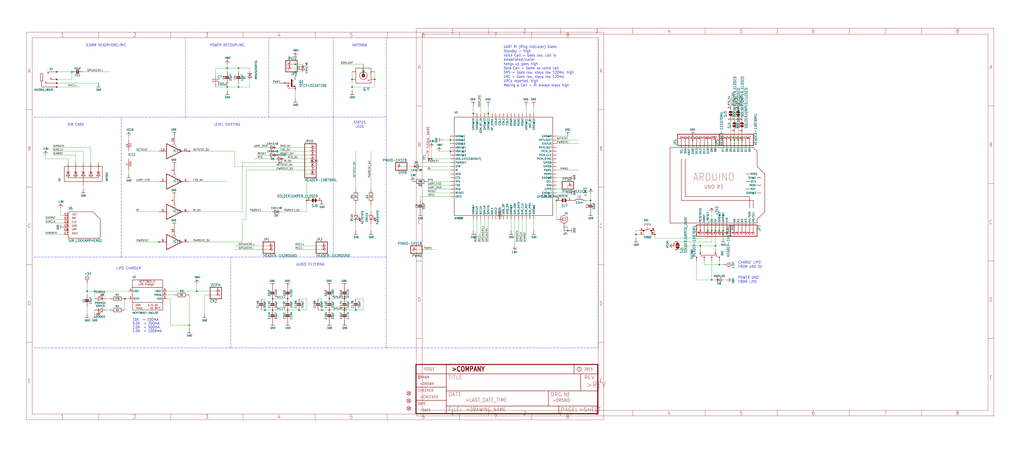
<source format=kicad_sch>
(kicad_sch (version 20211123) (generator eeschema)
  (paper "User" 687.07 301.701)
  (junction (at 485.14 157.48))
  (junction (at 63.5 195.58))
  (junction (at 477.52 154.94))
  (junction (at 152.4 58.42))
  (junction (at 132.08 195.58))
  (junction (at 251.46 53.34))
  (junction (at 193.04 208.28))
  (junction (at 490.22 93.98))
  (junction (at 469.9 165.1))
  (junction (at 198.12 48.26))
  (junction (at 396.24 134.62))
  (junction (at 480.06 165.1))
  (junction (at 58.42 195.58))
  (junction (at 373.38 134.62))
  (junction (at 439.42 157.48))
  (junction (at 474.98 154.94))
  (junction (at 205.74 134.62))
  (junction (at 160.02 45.72))
  (junction (at 492.76 93.98))
  (junction (at 482.6 154.94))
  (junction (at 236.22 53.34))
  (junction (at 160.02 58.42))
  (junction (at 317.5 76.2))
  (junction (at 497.84 93.98))
  (junction (at 127 218.44))
  (junction (at 485.14 154.94))
  (junction (at 480.06 154.94))
  (junction (at 426.72 157.48))
  (junction (at 231.14 208.28))
  (junction (at 193.04 200.66))
  (junction (at 477.52 187.96))
  (junction (at 381 154.94))
  (junction (at 464.82 93.98))
  (junction (at 215.9 208.28))
  (junction (at 182.88 200.66))
  (junction (at 182.88 208.28))
  (junction (at 495.3 93.98))
  (junction (at 48.26 48.26))
  (junction (at 238.76 208.28))
  (junction (at 198.12 43.18))
  (junction (at 231.14 200.66))
  (junction (at 127 101.6))
  (junction (at 236.22 58.42))
  (junction (at 200.66 208.28))
  (junction (at 106.68 162.56))
  (junction (at 482.6 177.8))
  (junction (at 302.26 101.6))
  (junction (at 177.8 208.28))
  (junction (at 220.98 208.28))
  (junction (at 220.98 200.66))
  (junction (at 302.26 93.98))
  (junction (at 83.82 200.66))
  (junction (at 152.4 45.72))
  (junction (at 289.56 106.68))
  (junction (at 327.66 76.2))
  (polyline (pts (xy 223.52 172.72) (xy 223.52 78.74)))
  (wire (pts (xy 106.68 121.92) (xy 91.44 121.92)))
  (wire (pts (xy 459.74 165.1) (xy 469.9 165.1)))
  (wire (pts (xy 55.88 101.6) (xy 35.56 101.6)))
  (wire (pts (xy 302.26 127) (xy 287.02 127)))
  (wire (pts (xy 180.34 104.14) (xy 172.72 104.14)))
  (wire (pts (xy 238.76 200.66) (xy 243.84 200.66)))
  (wire (pts (xy 137.16 198.12) (xy 137.16 210.82)))
  (polyline (pts (xy 259.08 233.68) (xy 401.32 233.68)))
  (wire (pts (xy 58.42 195.58) (xy 63.5 195.58)))
  (wire (pts (xy 248.92 137.16) (xy 248.92 142.24)))
  (wire (pts (xy 185.42 99.06) (xy 208.28 99.06)))
  (wire (pts (xy 490.22 66.04) (xy 490.22 71.12)))
  (wire (pts (xy 439.42 154.94) (xy 439.42 157.48)))
  (wire (pts (xy 73.66 208.28) (xy 71.12 208.28)))
  (wire (pts (xy 472.44 175.26) (xy 472.44 177.8)))
  (wire (pts (xy 193.04 200.66) (xy 182.88 200.66)))
  (wire (pts (xy 152.4 55.88) (xy 152.4 58.42)))
  (wire (pts (xy 238.76 149.86) (xy 238.76 154.94)))
  (wire (pts (xy 297.18 93.98) (xy 302.26 93.98)))
  (wire (pts (xy 198.12 45.72) (xy 198.12 48.26)))
  (wire (pts (xy 243.84 200.66) (xy 243.84 208.28)))
  (wire (pts (xy 495.3 93.98) (xy 495.3 81.28)))
  (wire (pts (xy 111.76 200.66) (xy 114.3 200.66)))
  (wire (pts (xy 477.52 175.26) (xy 477.52 187.96)))
  (wire (pts (xy 162.56 109.22) (xy 208.28 109.22)))
  (wire (pts (xy 469.9 167.64) (xy 469.9 165.1)))
  (wire (pts (xy 165.1 147.32) (xy 165.1 114.3)))
  (wire (pts (xy 317.5 71.12) (xy 317.5 76.2)))
  (polyline (pts (xy 223.52 78.74) (xy 259.08 78.74)))
  (wire (pts (xy 167.64 58.42) (xy 167.64 53.34)))
  (wire (pts (xy 248.92 154.94) (xy 248.92 149.86)))
  (wire (pts (xy 177.8 208.28) (xy 182.88 208.28)))
  (wire (pts (xy 373.38 134.62) (xy 373.38 147.32)))
  (wire (pts (xy 215.9 200.66) (xy 215.9 208.28)))
  (wire (pts (xy 322.58 147.32) (xy 322.58 162.56)))
  (wire (pts (xy 353.06 147.32) (xy 353.06 162.56)))
  (wire (pts (xy 358.14 76.2) (xy 358.14 71.12)))
  (wire (pts (xy 127 162.56) (xy 162.56 162.56)))
  (wire (pts (xy 182.88 142.24) (xy 167.64 142.24)))
  (wire (pts (xy 459.74 167.64) (xy 459.74 165.1)))
  (wire (pts (xy 205.74 142.24) (xy 205.74 134.62)))
  (wire (pts (xy 182.88 208.28) (xy 193.04 208.28)))
  (wire (pts (xy 157.48 165.1) (xy 180.34 165.1)))
  (wire (pts (xy 396.24 129.54) (xy 396.24 134.62)))
  (wire (pts (xy 327.66 71.12) (xy 327.66 76.2)))
  (wire (pts (xy 373.38 132.08) (xy 373.38 134.62)))
  (wire (pts (xy 152.4 58.42) (xy 160.02 58.42)))
  (wire (pts (xy 86.36 93.98) (xy 86.36 91.44)))
  (wire (pts (xy 236.22 60.96) (xy 236.22 58.42)))
  (wire (pts (xy 279.4 167.64) (xy 292.1 167.64)))
  (wire (pts (xy 132.08 195.58) (xy 132.08 190.5)))
  (wire (pts (xy 137.16 198.12) (xy 144.78 198.12)))
  (wire (pts (xy 198.12 38.1) (xy 198.12 43.18)))
  (wire (pts (xy 160.02 55.88) (xy 160.02 58.42)))
  (wire (pts (xy 269.24 111.76) (xy 276.86 111.76)))
  (wire (pts (xy 162.56 162.56) (xy 162.56 147.32)))
  (wire (pts (xy 215.9 208.28) (xy 213.36 208.28)))
  (wire (pts (xy 492.76 78.74) (xy 492.76 66.04)))
  (wire (pts (xy 205.74 134.62) (xy 205.74 116.84)))
  (polyline (pts (xy 81.28 78.74) (xy 124.46 78.74)))
  (wire (pts (xy 198.12 60.96) (xy 198.12 66.04)))
  (wire (pts (xy 160.02 48.26) (xy 160.02 45.72)))
  (wire (pts (xy 160.02 58.42) (xy 167.64 58.42)))
  (wire (pts (xy 215.9 208.28) (xy 220.98 208.28)))
  (wire (pts (xy 482.6 175.26) (xy 482.6 177.8)))
  (wire (pts (xy 198.12 43.18) (xy 195.58 43.18)))
  (wire (pts (xy 50.8 109.22) (xy 50.8 104.14)))
  (wire (pts (xy 317.5 147.32) (xy 317.5 154.94)))
  (wire (pts (xy 124.46 101.6) (xy 127 101.6)))
  (wire (pts (xy 373.38 91.44) (xy 381 91.44)))
  (wire (pts (xy 485.14 157.48) (xy 485.14 160.02)))
  (polyline (pts (xy 223.52 172.72) (xy 259.08 172.72)))
  (wire (pts (xy 73.66 48.26) (xy 55.88 48.26)))
  (wire (pts (xy 388.62 93.98) (xy 373.38 93.98)))
  (wire (pts (xy 160.02 45.72) (xy 167.64 45.72)))
  (wire (pts (xy 58.42 195.58) (xy 58.42 190.5)))
  (wire (pts (xy 114.3 218.44) (xy 127 218.44)))
  (wire (pts (xy 157.48 111.76) (xy 157.48 101.6)))
  (wire (pts (xy 467.36 175.26) (xy 467.36 187.96)))
  (wire (pts (xy 350.52 147.32) (xy 350.52 162.56)))
  (wire (pts (xy 426.72 157.48) (xy 426.72 160.02)))
  (wire (pts (xy 388.62 96.52) (xy 373.38 96.52)))
  (wire (pts (xy 30.48 106.68) (xy 30.48 104.14)))
  (wire (pts (xy 60.96 99.06) (xy 35.56 99.06)))
  (wire (pts (xy 152.4 48.26) (xy 152.4 45.72)))
  (wire (pts (xy 381 152.4) (xy 381 154.94)))
  (wire (pts (xy 205.74 116.84) (xy 208.28 116.84)))
  (wire (pts (xy 281.94 132.08) (xy 281.94 134.62)))
  (wire (pts (xy 50.8 104.14) (xy 35.56 104.14)))
  (wire (pts (xy 58.42 205.74) (xy 58.42 210.82)))
  (wire (pts (xy 381 127) (xy 381 124.46)))
  (wire (pts (xy 45.72 109.22) (xy 45.72 106.68)))
  (wire (pts (xy 198.12 43.18) (xy 203.2 43.18)))
  (polyline (pts (xy 401.32 233.68) (xy 401.32 25.4)))
  (polyline (pts (xy 259.08 233.68) (xy 259.08 172.72)))
  (wire (pts (xy 198.12 48.26) (xy 203.2 48.26)))
  (wire (pts (xy 480.06 187.96) (xy 477.52 187.96)))
  (wire (pts (xy 63.5 200.66) (xy 63.5 195.58)))
  (wire (pts (xy 162.56 142.24) (xy 162.56 109.22)))
  (polyline (pts (xy 154.94 233.68) (xy 154.94 172.72)))
  (wire (pts (xy 43.18 144.78) (xy 40.64 144.78)))
  (wire (pts (xy 144.78 58.42) (xy 152.4 58.42)))
  (wire (pts (xy 485.14 154.94) (xy 485.14 157.48)))
  (wire (pts (xy 231.14 200.66) (xy 220.98 200.66)))
  (polyline (pts (xy 223.52 78.74) (xy 180.34 78.74)))
  (wire (pts (xy 480.06 165.1) (xy 480.06 167.64)))
  (wire (pts (xy 490.22 81.28) (xy 490.22 93.98)))
  (wire (pts (xy 373.38 129.54) (xy 381 129.54)))
  (wire (pts (xy 43.18 147.32) (xy 30.48 147.32)))
  (wire (pts (xy 302.26 99.06) (xy 302.26 101.6)))
  (wire (pts (xy 205.74 208.28) (xy 200.66 208.28)))
  (wire (pts (xy 55.88 109.22) (xy 55.88 101.6)))
  (wire (pts (xy 157.48 167.64) (xy 180.34 167.64)))
  (wire (pts (xy 114.3 200.66) (xy 114.3 218.44)))
  (wire (pts (xy 492.76 93.98) (xy 492.76 88.9)))
  (wire (pts (xy 347.98 162.56) (xy 347.98 147.32)))
  (wire (pts (xy 177.8 208.28) (xy 175.26 208.28)))
  (wire (pts (xy 132.08 195.58) (xy 144.78 195.58)))
  (wire (pts (xy 238.76 137.16) (xy 238.76 142.24)))
  (wire (pts (xy 281.94 111.76) (xy 302.26 111.76)))
  (polyline (pts (xy 259.08 172.72) (xy 259.08 78.74)))
  (wire (pts (xy 58.42 198.12) (xy 58.42 195.58)))
  (wire (pts (xy 109.22 162.56) (xy 106.68 162.56)))
  (polyline (pts (xy 22.86 172.72) (xy 81.28 172.72)))
  (wire (pts (xy 127 142.24) (xy 162.56 142.24)))
  (wire (pts (xy 482.6 154.94) (xy 482.6 157.48)))
  (wire (pts (xy 454.66 167.64) (xy 459.74 167.64)))
  (wire (pts (xy 487.68 187.96) (xy 485.14 187.96)))
  (wire (pts (xy 474.98 160.02) (xy 474.98 154.94)))
  (wire (pts (xy 132.08 195.58) (xy 111.76 195.58)))
  (wire (pts (xy 243.84 208.28) (xy 238.76 208.28)))
  (wire (pts (xy 345.44 147.32) (xy 345.44 165.1)))
  (polyline (pts (xy 154.94 233.68) (xy 259.08 233.68)))
  (wire (pts (xy 317.5 76.2) (xy 320.04 76.2)))
  (wire (pts (xy 48.26 48.26) (xy 48.26 53.34)))
  (wire (pts (xy 213.36 200.66) (xy 215.9 200.66)))
  (wire (pts (xy 482.6 157.48) (xy 485.14 157.48)))
  (wire (pts (xy 200.66 200.66) (xy 205.74 200.66)))
  (wire (pts (xy 152.4 60.96) (xy 152.4 58.42)))
  (wire (pts (xy 152.4 45.72) (xy 152.4 43.18)))
  (wire (pts (xy 73.66 200.66) (xy 71.12 200.66)))
  (wire (pts (xy 325.12 162.56) (xy 325.12 147.32)))
  (wire (pts (xy 342.9 147.32) (xy 342.9 154.94)))
  (wire (pts (xy 38.1 55.88) (xy 66.04 55.88)))
  (wire (pts (xy 281.94 132.08) (xy 302.26 132.08)))
  (wire (pts (xy 381 119.38) (xy 373.38 119.38)))
  (wire (pts (xy 40.64 144.78) (xy 40.64 139.7)))
  (wire (pts (xy 426.72 154.94) (xy 426.72 157.48)))
  (wire (pts (xy 302.26 109.22) (xy 281.94 109.22)))
  (wire (pts (xy 353.06 71.12) (xy 353.06 76.2)))
  (wire (pts (xy 302.26 91.44) (xy 302.26 93.98)))
  (wire (pts (xy 358.14 154.94) (xy 358.14 147.32)))
  (wire (pts (xy 106.68 162.56) (xy 91.44 162.56)))
  (wire (pts (xy 205.74 200.66) (xy 205.74 208.28)))
  (wire (pts (xy 144.78 50.8) (xy 144.78 45.72)))
  (wire (pts (xy 464.82 93.98) (xy 464.82 91.44)))
  (wire (pts (xy 185.42 104.14) (xy 208.28 104.14)))
  (wire (pts (xy 187.96 142.24) (xy 205.74 142.24)))
  (wire (pts (xy 439.42 160.02) (xy 474.98 160.02)))
  (wire (pts (xy 86.36 114.3) (xy 86.36 116.84)))
  (wire (pts (xy 327.66 147.32) (xy 327.66 162.56)))
  (wire (pts (xy 439.42 157.48) (xy 439.42 160.02)))
  (wire (pts (xy 30.48 157.48) (xy 43.18 157.48)))
  (wire (pts (xy 236.22 48.26) (xy 236.22 53.34)))
  (wire (pts (xy 157.48 111.76) (xy 208.28 111.76)))
  (wire (pts (xy 454.66 162.56) (xy 477.52 162.56)))
  (wire (pts (xy 302.26 114.3) (xy 287.02 114.3)))
  (wire (pts (xy 497.84 78.74) (xy 497.84 66.04)))
  (wire (pts (xy 302.26 106.68) (xy 289.56 106.68)))
  (wire (pts (xy 177.8 200.66) (xy 177.8 208.28)))
  (wire (pts (xy 200.66 208.28) (xy 193.04 208.28)))
  (wire (pts (xy 190.5 106.68) (xy 208.28 106.68)))
  (wire (pts (xy 175.26 200.66) (xy 177.8 200.66)))
  (wire (pts (xy 325.12 76.2) (xy 327.66 76.2)))
  (wire (pts (xy 127 198.12) (xy 127 218.44)))
  (wire (pts (xy 236.22 53.34) (xy 236.22 58.42)))
  (wire (pts (xy 497.84 88.9) (xy 497.84 93.98)))
  (wire (pts (xy 215.9 167.64) (xy 198.12 167.64)))
  (wire (pts (xy 167.64 45.72) (xy 167.64 48.26)))
  (wire (pts (xy 477.52 162.56) (xy 477.52 154.94)))
  (wire (pts (xy 185.42 101.6) (xy 208.28 101.6)))
  (polyline (pts (xy 81.28 172.72) (xy 154.94 172.72)))
  (wire (pts (xy 302.26 93.98) (xy 302.26 96.52)))
  (wire (pts (xy 215.9 165.1) (xy 198.12 165.1)))
  (wire (pts (xy 228.6 43.18) (xy 243.84 43.18)))
  (wire (pts (xy 220.98 208.28) (xy 231.14 208.28)))
  (wire (pts (xy 106.68 142.24) (xy 91.44 142.24)))
  (wire (pts (xy 43.18 149.86) (xy 30.48 149.86)))
  (polyline (pts (xy 223.52 78.74) (xy 223.52 25.4)))
  (wire (pts (xy 198.12 48.26) (xy 198.12 50.8)))
  (wire (pts (xy 152.4 45.72) (xy 160.02 45.72)))
  (wire (pts (xy 55.88 124.46) (xy 55.88 127)))
  (wire (pts (xy 373.38 127) (xy 381 127)))
  (wire (pts (xy 302.26 129.54) (xy 287.02 129.54)))
  (wire (pts (xy 111.76 198.12) (xy 116.84 198.12)))
  (polyline (pts (xy 22.86 233.68) (xy 154.94 233.68)))
  (polyline (pts (xy 124.46 78.74) (xy 124.46 25.4)))
  (wire (pts (xy 320.04 162.56) (xy 320.04 147.32)))
  (wire (pts (xy 63.5 208.28) (xy 63.5 210.82)))
  (wire (pts (xy 238.76 208.28) (xy 231.14 208.28)))
  (polyline (pts (xy 259.08 78.74) (xy 259.08 25.4)))
  (polyline (pts (xy 180.34 78.74) (xy 180.34 25.4)))
  (wire (pts (xy 302.26 101.6) (xy 302.26 104.14)))
  (wire (pts (xy 60.96 109.22) (xy 60.96 99.06)))
  (wire (pts (xy 236.22 58.42) (xy 251.46 58.42)))
  (wire (pts (xy 373.38 114.3) (xy 388.62 114.3)))
  (wire (pts (xy 429.26 154.94) (xy 426.72 154.94)))
  (wire (pts (xy 480.06 154.94) (xy 480.06 165.1)))
  (wire (pts (xy 251.46 58.42) (xy 251.46 53.34)))
  (wire (pts (xy 467.36 187.96) (xy 477.52 187.96)))
  (wire (pts (xy 83.82 200.66) (xy 86.36 200.66)))
  (wire (pts (xy 38.1 53.34) (xy 48.26 53.34)))
  (polyline (pts (xy 81.28 172.72) (xy 81.28 78.74)))
  (wire (pts (xy 63.5 195.58) (xy 86.36 195.58)))
  (wire (pts (xy 195.58 45.72) (xy 198.12 45.72)))
  (wire (pts (xy 289.56 106.68) (xy 289.56 99.06)))
  (wire (pts (xy 162.56 147.32) (xy 165.1 147.32)))
  (wire (pts (xy 170.18 106.68) (xy 185.42 106.68)))
  (wire (pts (xy 302.26 121.92) (xy 287.02 121.92)))
  (wire (pts (xy 396.24 134.62) (xy 393.7 134.62)))
  (wire (pts (xy 127 101.6) (xy 157.48 101.6)))
  (wire (pts (xy 482.6 177.8) (xy 485.14 177.8)))
  (wire (pts (xy 472.44 177.8) (xy 482.6 177.8)))
  (wire (pts (xy 429.26 157.48) (xy 426.72 157.48)))
  (wire (pts (xy 45.72 106.68) (xy 30.48 106.68)))
  (wire (pts (xy 165.1 114.3) (xy 208.28 114.3)))
  (polyline (pts (xy 22.86 78.74) (xy 81.28 78.74)))
  (wire (pts (xy 180.34 99.06) (xy 170.18 99.06)))
  (wire (pts (xy 38.1 58.42) (xy 53.34 58.42)))
  (wire (pts (xy 322.58 76.2) (xy 322.58 63.5)))
  (wire (pts (xy 251.46 53.34) (xy 251.46 48.26)))
  (wire (pts (xy 83.82 208.28) (xy 83.82 200.66)))
  (wire (pts (xy 248.92 101.6) (xy 248.92 127)))
  (wire (pts (xy 144.78 45.72) (xy 152.4 45.72)))
  (polyline (pts (xy 124.46 78.74) (xy 180.34 78.74)))
  (polyline (pts (xy 154.94 172.72) (xy 223.52 172.72)))
  (wire (pts (xy 302.26 101.6) (xy 294.64 101.6)))
  (wire (pts (xy 302.26 124.46) (xy 287.02 124.46)))
  (wire (pts (xy 495.3 66.04) (xy 495.3 71.12)))
  (wire (pts (xy 238.76 127) (xy 238.76 101.6)))
  (wire (pts (xy 469.9 165.1) (xy 480.06 165.1)))
  (wire (pts (xy 48.26 48.26) (xy 38.1 48.26)))
  (wire (pts (xy 187.96 55.88) (xy 182.88 55.88)))
  (wire (pts (xy 127 218.44) (xy 127 220.98)))
  (wire (pts (xy 477.52 142.24) (xy 477.52 154.94)))
  (wire (pts (xy 106.68 101.6) (xy 91.44 101.6)))
  (wire (pts (xy 127 121.92) (xy 152.4 121.92)))
  (text "UART RI (Ring Indicator) State:\nStandby = High\nVoice Call = Goes low, call is\nestablished/caller\nhangs up goes high\nData Call = Same as voice call\nSMS = Goes low, stays low 120ms, high\nURC = Goes low, stays low 120ms,\nURCs reported, high\nMaking a Call = RI always stays high" (at 337.82 58.42 0) (effects (font (size 1.778 1.5113)) (justify left bottom)))
  (text "CHARGE LIPO\nFROM UNO 5V" (at 495.3 180.34 180) (effects (font (size 1.778 1.5113)) (justify left bottom)))
  (text "1.0K  = 1000mA" (at 88.9 223.52 180) (effects (font (size 1.778 1.5113)) (justify left bottom)))
  (text "3.5MM HEADPHONE/MIC" (at 71.12 30.48 180) (effects (font (size 1.778 1.5113))))
  (text "2.0K  = 500mA" (at 88.9 220.98 180) (effects (font (size 1.778 1.5113)) (justify left bottom)))
  (text "POWER DECOUPLING" (at 152.4 30.48 180) (effects (font (size 1.778 1.5113))))
  (text "STATUS\nLEDS" (at 241.3 83.82 180) (effects (font (size 1.778 1.5113))))
  (text "AUDIO FILTERING" (at 208.28 177.8 180) (effects (font (size 1.778 1.5113))))
  (text "10K  = 100mA" (at 88.9 215.9 180) (effects (font (size 1.778 1.5113)) (justify left bottom)))
  (text "LEVEL SHIFTING" (at 152.4 83.82 180) (effects (font (size 1.778 1.5113))))
  (text "LIPO CHARGER" (at 86.36 180.34 180) (effects (font (size 1.778 1.5113))))
  (text "SIM CARD" (at 50.8 83.82 180) (effects (font (size 1.778 1.5113))))
  (text "5.0K  = 200mA" (at 88.9 218.44 180) (effects (font (size 1.778 1.5113)) (justify left bottom)))
  (text "POWER UNO\nFROM LIPO" (at 495.3 190.5 180) (effects (font (size 1.778 1.5113)) (justify left bottom)))
  (text "ANTENNA" (at 241.3 30.48 180) (effects (font (size 1.778 1.5113))))
  (label "TXD_5V" (at 129.54 121.92 0) (effects (font (size 1.2446 1.2446))))
  (label "UART_RXD" (at 170.18 99.06 0) (effects (font (size 1.2446 1.2446))))
  (label "UART_RXD" (at 287.02 127 0) (effects (font (size 1.2446 1.2446))))
  (label "RI" (at 91.44 142.24 0) (effects (font (size 1.2446 1.2446))))
  (label "RTS_5V" (at 193.04 106.68 0) (effects (font (size 1.2446 1.2446))))
  (label "SIMCLK" (at 350.52 162.56 90) (effects (font (size 1.2446 1.2446))))
  (label "PWM1" (at 375.92 114.3 0) (effects (font (size 1.2446 1.2446))))
  (label "PWRSTAT" (at 91.44 162.56 0) (effects (font (size 1.2446 1.2446))))
  (label "SIMDATA" (at 30.48 157.48 0) (effects (font (size 1.2446 1.2446))))
  (label "MIC1-" (at 185.42 208.28 0) (effects (font (size 1.2446 1.2446))))
  (label "NETSTAT" (at 91.44 101.6 0) (effects (font (size 1.2446 1.2446))))
  (label "RI_5V" (at 129.54 142.24 0) (effects (font (size 1.2446 1.2446))))
  (label "SIMRST" (at 353.06 162.56 90) (effects (font (size 1.2446 1.2446))))
  (label "PWRKEY" (at 287.02 109.22 0) (effects (font (size 1.2446 1.2446))))
  (label "PWRSTAT_5V" (at 185.42 114.3 0) (effects (font (size 1.2446 1.2446))))
  (label "TXD_5V" (at 187.96 101.6 0) (effects (font (size 1.2446 1.2446))))
  (label "RXD_5V" (at 187.96 99.06 0) (effects (font (size 1.2446 1.2446))))
  (label "RI_5V" (at 208.28 109.22 0) (effects (font (size 1.2446 1.2446))))
  (label "SPEAKER1+" (at 325.12 162.56 90) (effects (font (size 1.2446 1.2446))))
  (label "SIMDATA" (at 35.56 99.06 0) (effects (font (size 1.2446 1.2446))))
  (label "SPEAKER1-" (at 327.66 162.56 90) (effects (font (size 1.2446 1.2446))))
  (label "RI_5V" (at 190.5 109.22 0) (effects (font (size 1.2446 1.2446))))
  (label "NETSTAT_5V" (at 129.54 101.6 0) (effects (font (size 1.2446 1.2446))))
  (label "SIMRST" (at 35.56 104.14 0) (effects (font (size 1.2446 1.2446))))
  (label "MIC1+" (at 185.42 200.66 0) (effects (font (size 1.2446 1.2446))))
  (label "NETSTAT_5V" (at 238.76 119.38 90) (effects (font (size 1.2446 1.2446))))
  (label "SPEAKER1-" (at 223.52 208.28 0) (effects (font (size 1.2446 1.2446))))
  (label "MIC1+" (at 198.12 165.1 0) (effects (font (size 1.2446 1.2446))))
  (label "UART_TXD" (at 287.02 124.46 0) (effects (font (size 1.2446 1.2446))))
  (label "SIMCLK" (at 35.56 101.6 0) (effects (font (size 1.2446 1.2446))))
  (label "PWRKEY_5V" (at 190.5 142.24 0) (effects (font (size 1.2446 1.2446))))
  (label "GSM_ANT" (at 322.58 63.5 270) (effects (font (size 1.2446 1.2446))))
  (label "RESET_5V" (at 492.76 71.12 90) (effects (font (size 1.2446 1.2446))))
  (label "MIC1-" (at 322.58 162.56 90) (effects (font (size 1.2446 1.2446))))
  (label "RESET" (at 287.02 129.54 0) (effects (font (size 1.2446 1.2446))))
  (label "PWM1" (at 284.48 167.64 0) (effects (font (size 1.2446 1.2446))))
  (label "PWRKEY" (at 167.64 142.24 0) (effects (font (size 1.2446 1.2446))))
  (label "PWRSTAT" (at 373.38 96.52 0) (effects (font (size 1.2446 1.2446))))
  (label "SIMDATA" (at 347.98 162.56 90) (effects (font (size 1.2446 1.2446))))
  (label "SIMRST" (at 30.48 147.32 0) (effects (font (size 1.2446 1.2446))))
  (label "RTS" (at 172.72 106.68 0) (effects (font (size 1.2446 1.2446))))
  (label "PWM1" (at 182.88 55.88 0) (effects (font (size 1.2446 1.2446))))
  (label "RTS" (at 287.02 121.92 0) (effects (font (size 1.2446 1.2446))))
  (label "UART_TXD" (at 91.44 121.92 0) (effects (font (size 1.2446 1.2446))))
  (label "SPEAKER1+" (at 160.02 165.1 0) (effects (font (size 1.2446 1.2446))))
  (label "NETSTAT_5V" (at 185.42 111.76 0) (effects (font (size 1.2446 1.2446))))
  (label "SPEAKER1+" (at 58.42 48.26 0) (effects (font (size 1.2446 1.2446))))
  (label "RXD_5V" (at 497.84 71.12 90) (effects (font (size 1.2446 1.2446))))
  (label "SPEAKER1-" (at 160.02 167.64 0) (effects (font (size 1.2446 1.2446))))
  (label "NETSTAT" (at 373.38 93.98 0) (effects (font (size 1.2446 1.2446))))
  (label "RESET" (at 172.72 104.14 0) (effects (font (size 1.2446 1.2446))))
  (label "SPEAKER1+" (at 223.52 200.66 0) (effects (font (size 1.2446 1.2446))))
  (label "RI" (at 287.02 114.3 0) (effects (font (size 1.2446 1.2446))))
  (label "RESET_5V" (at 187.96 104.14 0) (effects (font (size 1.2446 1.2446))))
  (label "VRTC" (at 287.02 132.08 0) (effects (font (size 1.2446 1.2446))))
  (label "MIC1+" (at 45.72 58.42 0) (effects (font (size 1.2446 1.2446))))
  (label "MIC1-" (at 198.12 167.64 0) (effects (font (size 1.2446 1.2446))))
  (label "TXD_5V" (at 495.3 71.12 90) (effects (font (size 1.2446 1.2446))))
  (label "RTS_5V" (at 490.22 71.12 90) (effects (font (size 1.2446 1.2446))))
  (label "PWRSTAT_5V" (at 129.54 162.56 0) (effects (font (size 1.2446 1.2446))))
  (label "MIC1+" (at 320.04 162.56 90) (effects (font (size 1.2446 1.2446))))
  (label "PWRSTAT_5V" (at 248.92 119.38 90) (effects (font (size 1.2446 1.2446))))
  (label "SIMCLK" (at 30.48 149.86 0) (effects (font (size 1.2446 1.2446))))
  (label "GSM_ANT" (at 228.6 43.18 0) (effects (font (size 1.2446 1.2446))))
  (global_label "VBUS" (shape bidirectional) (at 335.28 147.32 90) (effects (font (size 1.016 1.016))) (property "Intersheet References" "${INTERSHEET_REFS}" (effects hide)))
  (symbol (lib_id "schematicEagle-eagle-import:LED0805_NOOUTLINE") (at 238.76 147.32 270) (unit 1)
    (property "Reference" "NETSTAT0" (at 243.205 146.05 0))
    (property "Value" "BLUE" (at 235.966 146.05 0))
    (property "Footprint" "schematicEagle:CHIPLED_0805_NOOUTLINE" (effects hide))
  )
  (symbol (lib_id "schematicEagle-eagle-import:PINHD-1X1CB") (at 276.86 167.64 180) (unit 1)
    (property "Reference" "PWM0" (at 283.21 170.815 0) (effects (font (size 1.778 1.5113)) (justify left bottom)))
    (property "Value" "PINHD-1X1CB" (at 283.21 162.56 0) (effects (font (size 1.778 1.5113)) (justify left bottom)))
    (property "Footprint" "schematicEagle:1X01-CLEANBIG" (effects hide))
  )
  (symbol (lib_id "schematicEagle-eagle-import:DIODE-ZENERSOD123") (at 167.64 50.8 90) (unit 1)
    (property "Reference" "D1" (at 164.6174 53.34 0) (effects (font (size 1.27 1.0795)) (justify left bottom)))
    (property "Value" "MMSZ5231BT1G" (at 172.4914 53.34 0) (effects (font (size 1.27 1.0795)) (justify left bottom)))
    (property "Footprint" "schematicEagle:SOD-123" (effects hide))
  )
  (symbol (lib_id "schematicEagle-eagle-import:HEADER-1X876MIL") (at 495.3 91.44 90) (unit 1)
    (property "Reference" "JP5" (at 481.965 97.79 0) (effects (font (size 1.778 1.5113)) (justify left bottom)))
    (property "Value" "HEADER-1X876MIL" (at 508 97.79 0) (effects (font (size 1.778 1.5113)) (justify left bottom)))
    (property "Footprint" "schematicEagle:1X08_ROUND_76" (effects hide))
  )
  (symbol (lib_id "schematicEagle-eagle-import:ANTENNA_U.FL") (at 378.46 147.32 0) (mirror y) (unit 1)
    (property "Reference" "X3" (at 381 144.018 0) (effects (font (size 1.27 1.0795)) (justify left bottom)))
    (property "Value" "uFL" (at 381 157.48 0) (effects (font (size 1.27 1.0795)) (justify left bottom)))
    (property "Footprint" "schematicEagle:U.FL" (effects hide))
  )
  (symbol (lib_id "schematicEagle-eagle-import:HEADER-1X2ROUND") (at 218.44 167.64 0) (unit 1)
    (property "Reference" "JP2" (at 212.09 161.925 0) (effects (font (size 1.778 1.5113)) (justify left bottom)))
    (property "Value" "HEADER-1X2ROUND" (at 212.09 172.72 0) (effects (font (size 1.778 1.5113)) (justify left bottom)))
    (property "Footprint" "schematicEagle:1X02_ROUND" (effects hide))
  )
  (symbol (lib_id "schematicEagle-eagle-import:FIDUCIAL{dblquote}{dblquote}") (at 274.32 274.32 0) (unit 1)
    (property "Reference" "FID3" (effects hide))
    (property "Value" "FIDUCIAL{dblquote}{dblquote}" (effects hide))
    (property "Footprint" "schematicEagle:FIDUCIAL_1MM" (effects hide))
  )
  (symbol (lib_id "schematicEagle-eagle-import:TPTP11R") (at 287.02 106.68 90) (unit 1)
    (property "Reference" "TP1" (at 285.75 107.95 0) (effects (font (size 1.778 1.5113)) (justify left bottom)))
    (property "Value" "TPTP11R" (effects hide))
    (property "Footprint" "schematicEagle:TP11R" (effects hide))
  )
  (symbol (lib_id "schematicEagle-eagle-import:LED0805_NOOUTLINE") (at 68.58 200.66 0) (unit 1)
    (property "Reference" "CHRG0" (at 67.31 196.215 0))
    (property "Value" "ORANGE" (at 67.31 203.454 0))
    (property "Footprint" "schematicEagle:CHIPLED_0805_NOOUTLINE" (effects hide))
  )
  (symbol (lib_id "schematicEagle-eagle-import:GND") (at 238.76 157.48 0) (unit 1)
    (property "Reference" "#U$30" (effects hide))
    (property "Value" "GND" (at 237.236 160.02 0) (effects (font (size 1.27 1.0795)) (justify left bottom)))
    (property "Footprint" "schematicEagle:" (effects hide))
  )
  (symbol (lib_id "schematicEagle-eagle-import:GND") (at 137.16 213.36 0) (unit 1)
    (property "Reference" "#U$4" (effects hide))
    (property "Value" "GND" (at 135.636 215.9 0) (effects (font (size 1.27 1.0795)) (justify left bottom)))
    (property "Footprint" "schematicEagle:" (effects hide))
  )
  (symbol (lib_id "schematicEagle-eagle-import:SWITCH_DPDTEG1390") (at 474.98 172.72 270) (unit 1)
    (property "Reference" "SW2" (at 483.87 168.275 0) (effects (font (size 1.27 1.0795)) (justify left bottom)))
    (property "Value" "EG1390" (at 463.55 167.64 0) (effects (font (size 1.27 1.0795)) (justify left bottom)))
    (property "Footprint" "schematicEagle:EG1390" (effects hide))
  )
  (symbol (lib_id "schematicEagle-eagle-import:GND") (at 426.72 162.56 0) (unit 1)
    (property "Reference" "#U$14" (effects hide))
    (property "Value" "GND" (at 425.196 165.1 0) (effects (font (size 1.27 1.0795)) (justify left bottom)))
    (property "Footprint" "schematicEagle:" (effects hide))
  )
  (symbol (lib_id "schematicEagle-eagle-import:GND") (at 182.88 218.44 0) (unit 1)
    (property "Reference" "#U$46" (effects hide))
    (property "Value" "GND" (at 181.356 220.98 0) (effects (font (size 1.27 1.0795)) (justify left bottom)))
    (property "Footprint" "schematicEagle:" (effects hide))
  )
  (symbol (lib_id "schematicEagle-eagle-import:1.8V") (at 345.44 167.64 180) (unit 1)
    (property "Reference" "#U$8" (effects hide))
    (property "Value" "1.8V" (at 346.964 168.656 0) (effects (font (size 1.27 1.0795)) (justify left bottom)))
    (property "Footprint" "schematicEagle:" (effects hide))
  )
  (symbol (lib_id "schematicEagle-eagle-import:CAP_4PACK1206") (at 193.04 210.82 180) (unit 1)
    (property "Reference" "C15" (at 195.33 212.07 90))
    (property "Value" "10pF" (at 190.74 212.07 90))
    (property "Footprint" "schematicEagle:RESPACK_4X0603" (effects hide))
  )
  (symbol (lib_id "schematicEagle-eagle-import:74125PW") (at 116.84 101.6 0) (unit 4)
    (property "Reference" "IC1" (at 116.205 102.235 0) (effects (font (size 1.778 1.5113)) (justify left bottom)))
    (property "Value" "74VHCT125PW" (effects hide))
    (property "Footprint" "schematicEagle:TSSOP14" (effects hide))
  )
  (symbol (lib_id "schematicEagle-eagle-import:SIM_LOCKAMPHENOL") (at 55.88 149.86 0) (unit 1)
    (property "Reference" "X6" (at 45.72 140.97 0) (effects (font (size 1.778 1.5113)) (justify left bottom)))
    (property "Value" "SIM_LOCKAMPHENOL" (at 45.72 162.56 0) (effects (font (size 1.778 1.5113)) (justify left bottom)))
    (property "Footprint" "schematicEagle:C707_10M006_512_2" (effects hide))
  )
  (symbol (lib_id "schematicEagle-eagle-import:CAP_4PACK1206") (at 182.88 213.36 0) (unit 1)
    (property "Reference" "C14" (at 180.59 212.11 90))
    (property "Value" "33pF" (at 185.18 212.11 90))
    (property "Footprint" "schematicEagle:RESPACK_4X0603" (effects hide))
  )
  (symbol (lib_id "schematicEagle-eagle-import:GND") (at 220.98 218.44 0) (unit 1)
    (property "Reference" "#U$50" (effects hide))
    (property "Value" "GND" (at 219.456 220.98 0) (effects (font (size 1.27 1.0795)) (justify left bottom)))
    (property "Footprint" "schematicEagle:" (effects hide))
  )
  (symbol (lib_id "schematicEagle-eagle-import:+3V3") (at 477.52 139.7 0) (mirror y) (unit 1)
    (property "Reference" "#+3V2" (effects hide))
    (property "Value" "+3V3" (at 480.06 144.78 90) (effects (font (size 1.778 1.5113)) (justify left bottom)))
    (property "Footprint" "schematicEagle:" (effects hide))
  )
  (symbol (lib_id "schematicEagle-eagle-import:GND") (at 383.54 129.54 90) (unit 1)
    (property "Reference" "#U$61" (effects hide))
    (property "Value" "GND" (at 386.08 131.064 0) (effects (font (size 1.27 1.0795)) (justify left bottom)))
    (property "Footprint" "schematicEagle:" (effects hide))
  )
  (symbol (lib_id "schematicEagle-eagle-import:CAP_4PACK1206") (at 231.14 210.82 180) (unit 1)
    (property "Reference" "C17" (at 233.43 212.07 90))
    (property "Value" "10pF" (at 228.84 212.07 90))
    (property "Footprint" "schematicEagle:RESPACK_4X0603" (effects hide))
  )
  (symbol (lib_id "schematicEagle-eagle-import:CAP_4PACK1206") (at 220.98 205.74 0) (unit 3)
    (property "Reference" "C16" (at 218.69 204.49 90))
    (property "Value" "33pF" (at 223.28 204.49 90))
    (property "Footprint" "schematicEagle:RESPACK_4X0603" (effects hide))
  )
  (symbol (lib_id "schematicEagle-eagle-import:FRAME_A3") (at 279.4 279.4 0) (unit 3)
    (property "Reference" "#FRAME1" (effects hide))
    (property "Value" "FRAME_A3" (effects hide))
    (property "Footprint" "schematicEagle:" (effects hide))
  )
  (symbol (lib_id "schematicEagle-eagle-import:GND") (at 294.64 93.98 270) (unit 1)
    (property "Reference" "#U$56" (effects hide))
    (property "Value" "GND" (at 292.1 92.456 0) (effects (font (size 1.27 1.0795)) (justify left bottom)))
    (property "Footprint" "schematicEagle:" (effects hide))
  )
  (symbol (lib_id "schematicEagle-eagle-import:GND") (at 63.5 213.36 0) (unit 1)
    (property "Reference" "#U$7" (effects hide))
    (property "Value" "GND" (at 61.976 215.9 0) (effects (font (size 1.27 1.0795)) (justify left bottom)))
    (property "Footprint" "schematicEagle:" (effects hide))
  )
  (symbol (lib_id "schematicEagle-eagle-import:-NPN_DRIVER-SC59-BEC") (at 195.58 55.88 0) (unit 1)
    (property "Reference" "Q1" (at 200.66 55.88 0) (effects (font (size 1.778 1.5113)) (justify left bottom)))
    (property "Value" "DTC143ZUAT106" (at 200.66 58.42 0) (effects (font (size 1.778 1.5113)) (justify left bottom)))
    (property "Footprint" "schematicEagle:SC59-BEC" (effects hide))
  )
  (symbol (lib_id "schematicEagle-eagle-import:TVSARRAY_5LANE") (at 55.88 119.38 90) (unit 1)
    (property "Reference" "D2" (at 40.64 121.92 0) (effects (font (size 1.27 1.0795)) (justify left bottom)))
    (property "Value" "SMF05C" (at 72.39 121.92 0) (effects (font (size 1.27 1.0795)) (justify left bottom)))
    (property "Footprint" "schematicEagle:SOT363" (effects hide))
  )
  (symbol (lib_id "schematicEagle-eagle-import:GND") (at 317.5 68.58 180) (unit 1)
    (property "Reference" "#U$38" (effects hide))
    (property "Value" "GND" (at 319.024 66.04 0) (effects (font (size 1.27 1.0795)) (justify left bottom)))
    (property "Footprint" "schematicEagle:" (effects hide))
  )
  (symbol (lib_id "schematicEagle-eagle-import:RESISTOR0805_NOOUTLINE") (at 78.74 208.28 0) (unit 1)
    (property "Reference" "R2" (at 78.74 205.74 0))
    (property "Value" "1K" (at 78.74 208.28 0) (effects (font (size 1.016 1.016) bold)))
    (property "Footprint" "schematicEagle:0805-NO" (effects hide))
  )
  (symbol (lib_id "schematicEagle-eagle-import:LED0805_NOOUTLINE") (at 248.92 147.32 270) (unit 1)
    (property "Reference" "PWRSTAT0" (at 253.365 146.05 0))
    (property "Value" "GREEN" (at 246.126 146.05 0))
    (property "Footprint" "schematicEagle:CHIPLED_0805_NOOUTLINE" (effects hide))
  )
  (symbol (lib_id "schematicEagle-eagle-import:JST_2PIN") (at 147.32 195.58 0) (mirror x) (unit 1)
    (property "Reference" "CN2" (at 140.97 201.295 0) (effects (font (size 1.778 1.5113)) (justify left bottom)))
    (property "Value" "JSTPH" (at 140.97 190.5 0) (effects (font (size 1.778 1.5113)) (justify left bottom)))
    (property "Footprint" "schematicEagle:JSTPH2" (effects hide))
  )
  (symbol (lib_id "schematicEagle-eagle-import:GND") (at 116.84 129.54 180) (unit 1)
    (property "Reference" "#U$11" (effects hide))
    (property "Value" "GND" (at 118.364 127 0) (effects (font (size 1.27 1.0795)) (justify left bottom)))
    (property "Footprint" "schematicEagle:" (effects hide))
  )
  (symbol (lib_id "schematicEagle-eagle-import:RESISTOR0805_NOOUTLINE") (at 121.92 198.12 0) (unit 1)
    (property "Reference" "R3" (at 121.92 195.58 0))
    (property "Value" "2K" (at 121.92 198.12 0) (effects (font (size 1.016 1.016) bold)))
    (property "Footprint" "schematicEagle:0805-NO" (effects hide))
  )
  (symbol (lib_id "schematicEagle-eagle-import:CAP_4PACK1206") (at 193.04 205.74 0) (unit 3)
    (property "Reference" "C15" (at 190.75 204.49 90))
    (property "Value" "10pF" (at 195.34 204.49 90))
    (property "Footprint" "schematicEagle:RESPACK_4X0603" (effects hide))
  )
  (symbol (lib_id "schematicEagle-eagle-import:GND") (at 281.94 144.78 0) (unit 1)
    (property "Reference" "#U$24" (effects hide))
    (property "Value" "GND" (at 280.416 147.32 0) (effects (font (size 1.27 1.0795)) (justify left bottom)))
    (property "Footprint" "schematicEagle:" (effects hide))
  )
  (symbol (lib_id "schematicEagle-eagle-import:SOLDERJUMPER_CLOSED") (at 490.22 76.2 90) (unit 1)
    (property "Reference" "SJ5" (at 487.68 78.74 0) (effects (font (size 1.778 1.5113)) (justify left bottom)))
    (property "Value" "SOLDERJUMPER_CLOSED" (at 494.03 78.74 0) (effects (font (size 1.778 1.5113)) (justify left bottom)))
    (property "Footprint" "schematicEagle:SOLDERJUMPER_CLOSEDWIRE" (effects hide))
  )
  (symbol (lib_id "schematicEagle-eagle-import:GND") (at 464.82 88.9 180) (unit 1)
    (property "Reference" "#U$37" (effects hide))
    (property "Value" "GND" (at 466.344 86.36 0) (effects (font (size 1.27 1.0795)) (justify left bottom)))
    (property "Footprint" "schematicEagle:" (effects hide))
  )
  (symbol (lib_id "schematicEagle-eagle-import:GND") (at 485.14 162.56 0) (unit 1)
    (property "Reference" "#U$31" (effects hide))
    (property "Value" "GND" (at 483.616 165.1 0) (effects (font (size 1.27 1.0795)) (justify left bottom)))
    (property "Footprint" "schematicEagle:" (effects hide))
  )
  (symbol (lib_id "schematicEagle-eagle-import:GND") (at 193.04 218.44 0) (unit 1)
    (property "Reference" "#U$47" (effects hide))
    (property "Value" "GND" (at 191.516 220.98 0) (effects (font (size 1.27 1.0795)) (justify left bottom)))
    (property "Footprint" "schematicEagle:" (effects hide))
  )
  (symbol (lib_id "schematicEagle-eagle-import:VBAT") (at 152.4 40.64 0) (unit 1)
    (property "Reference" "#U$9" (effects hide))
    (property "Value" "VBAT" (at 150.876 39.624 0) (effects (font (size 1.27 1.0795)) (justify left bottom)))
    (property "Footprint" "schematicEagle:" (effects hide))
  )
  (symbol (lib_id "schematicEagle-eagle-import:74125PW") (at 116.84 121.92 0) (unit 1)
    (property "Reference" "IC1" (at 116.205 122.555 0) (effects (font (size 1.778 1.5113)) (justify left bottom)))
    (property "Value" "74VHCT125PW" (effects hide))
    (property "Footprint" "schematicEagle:TSSOP14" (effects hide))
  )
  (symbol (lib_id "schematicEagle-eagle-import:HEADER-1X2ROUND") (at 182.88 167.64 0) (unit 1)
    (property "Reference" "JP1" (at 176.53 161.925 0) (effects (font (size 1.778 1.5113)) (justify left bottom)))
    (property "Value" "HEADER-1X2ROUND" (at 176.53 172.72 0) (effects (font (size 1.778 1.5113)) (justify left bottom)))
    (property "Footprint" "schematicEagle:1X02_ROUND" (effects hide))
  )
  (symbol (lib_id "schematicEagle-eagle-import:CAP_CERAMIC0805-NOOUTLINE") (at 53.34 48.26 90) (unit 1)
    (property "Reference" "C11" (at 52.09 50.55 90))
    (property "Value" "10uF" (at 52.09 45.96 90))
    (property "Footprint" "schematicEagle:0805-NO" (effects hide))
  )
  (symbol (lib_id "schematicEagle-eagle-import:GND") (at 116.84 109.22 180) (unit 1)
    (property "Reference" "#U$19" (effects hide))
    (property "Value" "GND" (at 118.364 106.68 0) (effects (font (size 1.27 1.0795)) (justify left bottom)))
    (property "Footprint" "schematicEagle:" (effects hide))
  )
  (symbol (lib_id "schematicEagle-eagle-import:GND") (at 342.9 157.48 0) (unit 1)
    (property "Reference" "#U$59" (effects hide))
    (property "Value" "GND" (at 341.376 160.02 0) (effects (font (size 1.27 1.0795)) (justify left bottom)))
    (property "Footprint" "schematicEagle:" (effects hide))
  )
  (symbol (lib_id "schematicEagle-eagle-import:GND") (at 198.12 68.58 0) (unit 1)
    (property "Reference" "#U$32" (effects hide))
    (property "Value" "GND" (at 196.596 71.12 0) (effects (font (size 1.27 1.0795)) (justify left bottom)))
    (property "Footprint" "schematicEagle:" (effects hide))
  )
  (symbol (lib_id "schematicEagle-eagle-import:VCCIO") (at 86.36 88.9 0) (unit 1)
    (property "Reference" "#U$55" (effects hide))
    (property "Value" "VCCIO" (at 84.836 87.884 0) (effects (font (size 1.27 1.0795)) (justify left bottom)))
    (property "Footprint" "schematicEagle:" (effects hide))
  )
  (symbol (lib_id "schematicEagle-eagle-import:GND") (at 381 88.9 180) (unit 1)
    (property "Reference" "#U$63" (effects hide))
    (property "Value" "GND" (at 382.524 86.36 0) (effects (font (size 1.27 1.0795)) (justify left bottom)))
    (property "Footprint" "schematicEagle:" (effects hide))
  )
  (symbol (lib_id "schematicEagle-eagle-import:CAP_4PACK1206") (at 231.14 205.74 0) (unit 3)
    (property "Reference" "C17" (at 228.85 204.49 90))
    (property "Value" "10pF" (at 233.44 204.49 90))
    (property "Footprint" "schematicEagle:RESPACK_4X0603" (effects hide))
  )
  (symbol (lib_id "schematicEagle-eagle-import:CAP_CERAMIC0805-NOOUTLINE") (at 396.24 139.7 0) (unit 1)
    (property "Reference" "C2" (at 393.95 138.45 90))
    (property "Value" "33pF" (at 398.54 138.45 90))
    (property "Footprint" "schematicEagle:0805-NO" (effects hide))
  )
  (symbol (lib_id "schematicEagle-eagle-import:VBAT") (at 490.22 187.96 270) (unit 1)
    (property "Reference" "#U$28" (effects hide))
    (property "Value" "VBAT" (at 491.236 186.436 0) (effects (font (size 1.27 1.0795)) (justify left bottom)))
    (property "Footprint" "schematicEagle:" (effects hide))
  )
  (symbol (lib_id "schematicEagle-eagle-import:LED0805_NOOUTLINE") (at 66.04 208.28 180) (unit 1)
    (property "Reference" "DONE0" (at 67.31 212.725 0))
    (property "Value" "GREEN" (at 67.31 205.486 0))
    (property "Footprint" "schematicEagle:CHIPLED_0805_NOOUTLINE" (effects hide))
  )
  (symbol (lib_id "schematicEagle-eagle-import:2.8V") (at 276.86 119.38 0) (unit 1)
    (property "Reference" "#U$10" (effects hide))
    (property "Value" "2.8V" (at 275.336 118.364 0) (effects (font (size 1.27 1.0795)) (justify left bottom)))
    (property "Footprint" "schematicEagle:" (effects hide))
  )
  (symbol (lib_id "schematicEagle-eagle-import:CAP_CERAMIC0805-NOOUTLINE") (at 58.42 203.2 0) (unit 1)
    (property "Reference" "C1" (at 56.13 201.95 90))
    (property "Value" "10µF" (at 60.72 201.95 90))
    (property "Footprint" "schematicEagle:0805-NO" (effects hide))
  )
  (symbol (lib_id "schematicEagle-eagle-import:DIODE-SCHOTTKYSOD-123") (at 482.6 187.96 180) (unit 1)
    (property "Reference" "D8" (at 482.6 190.5 0))
    (property "Value" "MBR120" (at 482.6 185.46 0))
    (property "Footprint" "schematicEagle:SOD-123" (effects hide))
  )
  (symbol (lib_id "schematicEagle-eagle-import:GND") (at 248.92 157.48 0) (unit 1)
    (property "Reference" "#U$16" (effects hide))
    (property "Value" "GND" (at 247.396 160.02 0) (effects (font (size 1.27 1.0795)) (justify left bottom)))
    (property "Footprint" "schematicEagle:" (effects hide))
  )
  (symbol (lib_id "schematicEagle-eagle-import:GND") (at 231.14 190.5 180) (unit 1)
    (property "Reference" "#U$49" (effects hide))
    (property "Value" "GND" (at 232.664 187.96 0) (effects (font (size 1.27 1.0795)) (justify left bottom)))
    (property "Footprint" "schematicEagle:" (effects hide))
  )
  (symbol (lib_id "schematicEagle-eagle-import:CAP_4PACK1206") (at 182.88 195.58 180) (unit 4)
    (property "Reference" "C14" (at 185.17 196.83 90))
    (property "Value" "33pF" (at 180.58 196.83 90))
    (property "Footprint" "schematicEagle:RESPACK_4X0603" (effects hide))
  )
  (symbol (lib_id "schematicEagle-eagle-import:2.8V") (at 289.56 96.52 0) (unit 1)
    (property "Reference" "#U$23" (effects hide))
    (property "Value" "2.8V" (at 288.036 95.504 0) (effects (font (size 1.27 1.0795)) (justify left bottom)))
    (property "Footprint" "schematicEagle:" (effects hide))
  )
  (symbol (lib_id "schematicEagle-eagle-import:GND") (at 182.88 190.5 180) (unit 1)
    (property "Reference" "#U$44" (effects hide))
    (property "Value" "GND" (at 184.404 187.96 0) (effects (font (size 1.27 1.0795)) (justify left bottom)))
    (property "Footprint" "schematicEagle:" (effects hide))
  )
  (symbol (lib_id "schematicEagle-eagle-import:GND") (at 58.42 213.36 0) (unit 1)
    (property "Reference" "#U$3" (effects hide))
    (property "Value" "GND" (at 56.896 215.9 0) (effects (font (size 1.27 1.0795)) (justify left bottom)))
    (property "Footprint" "schematicEagle:" (effects hide))
  )
  (symbol (lib_id "schematicEagle-eagle-import:SOLDERJUMPER_CLOSED") (at 495.3 76.2 90) (unit 1)
    (property "Reference" "SJ3" (at 492.76 78.74 0) (effects (font (size 1.778 1.5113)) (justify left bottom)))
    (property "Value" "SOLDERJUMPER_CLOSED" (at 499.11 78.74 0) (effects (font (size 1.778 1.5113)) (justify left bottom)))
    (property "Footprint" "schematicEagle:SOLDERJUMPER_CLOSEDWIRE" (effects hide))
  )
  (symbol (lib_id "schematicEagle-eagle-import:CAP_4PACK1206") (at 193.04 195.58 180) (unit 4)
    (property "Reference" "C15" (at 195.33 196.83 90))
    (property "Value" "10pF" (at 190.74 196.83 90))
    (property "Footprint" "schematicEagle:RESPACK_4X0603" (effects hide))
  )
  (symbol (lib_id "schematicEagle-eagle-import:CAP_4PACK1206") (at 200.66 205.74 0) (unit 2)
    (property "Reference" "C15" (at 198.37 204.49 90))
    (property "Value" "10pF" (at 202.96 204.49 90))
    (property "Footprint" "schematicEagle:RESPACK_4X0603" (effects hide))
  )
  (symbol (lib_id "schematicEagle-eagle-import:CAP_4PACK1206") (at 231.14 195.58 180) (unit 4)
    (property "Reference" "C17" (at 233.43 196.83 90))
    (property "Value" "10pF" (at 228.84 196.83 90))
    (property "Footprint" "schematicEagle:RESPACK_4X0603" (effects hide))
  )
  (symbol (lib_id "schematicEagle-eagle-import:DIODESOD-323") (at 182.88 104.14 0) (mirror x) (unit 1)
    (property "Reference" "D6" (at 182.88 106.68 0))
    (property "Value" "1N4148" (at 182.88 101.64 0))
    (property "Footprint" "schematicEagle:SOD-323" (effects hide))
  )
  (symbol (lib_id "schematicEagle-eagle-import:GND") (at 127 223.52 0) (unit 1)
    (property "Reference" "#U$6" (effects hide))
    (property "Value" "GND" (at 125.476 226.06 0) (effects (font (size 1.27 1.0795)) (justify left bottom)))
    (property "Footprint" "schematicEagle:" (effects hide))
  )
  (symbol (lib_id "schematicEagle-eagle-import:HEADER-1X876MIL") (at 477.52 157.48 270) (unit 1)
    (property "Reference" "JP6" (at 490.855 151.13 0) (effects (font (size 1.778 1.5113)) (justify left bottom)))
    (property "Value" "HEADER-1X876MIL" (at 464.82 151.13 0) (effects (font (size 1.778 1.5113)) (justify left bottom)))
    (property "Footprint" "schematicEagle:1X08_ROUND_76" (effects hide))
  )
  (symbol (lib_id "schematicEagle-eagle-import:74125PW") (at 86.36 104.14 0) (unit 5)
    (property "Reference" "IC1" (at 85.725 104.775 0) (effects (font (size 1.778 1.5113)) (justify left bottom)))
    (property "Value" "74VHCT125PW" (effects hide))
    (property "Footprint" "schematicEagle:TSSOP14" (effects hide))
  )
  (symbol (lib_id "schematicEagle-eagle-import:1.8V") (at 30.48 101.6 0) (unit 1)
    (property "Reference" "#U$15" (effects hide))
    (property "Value" "1.8V" (at 28.956 100.584 0) (effects (font (size 1.27 1.0795)) (justify left bottom)))
    (property "Footprint" "schematicEagle:" (effects hide))
  )
  (symbol (lib_id "schematicEagle-eagle-import:GND") (at 317.5 157.48 0) (unit 1)
    (property "Reference" "#U$58" (effects hide))
    (property "Value" "GND" (at 315.976 160.02 0) (effects (font (size 1.27 1.0795)) (justify left bottom)))
    (property "Footprint" "schematicEagle:" (effects hide))
  )
  (symbol (lib_id "schematicEagle-eagle-import:GND") (at 236.22 63.5 0) (unit 1)
    (property "Reference" "#U$12" (effects hide))
    (property "Value" "GND" (at 234.696 66.04 0) (effects (font (size 1.27 1.0795)) (justify left bottom)))
    (property "Footprint" "schematicEagle:" (effects hide))
  )
  (symbol (lib_id "schematicEagle-eagle-import:RESISTOR0805_NOOUTLINE") (at 238.76 132.08 90) (unit 1)
    (property "Reference" "R5" (at 236.22 132.08 0))
    (property "Value" "1K" (at 238.76 132.08 0) (effects (font (size 1.016 1.016) bold)))
    (property "Footprint" "schematicEagle:0805-NO" (effects hide))
  )
  (symbol (lib_id "schematicEagle-eagle-import:RESISTOR0805_NOOUTLINE") (at 78.74 200.66 0) (unit 1)
    (property "Reference" "R1" (at 78.74 198.12 0))
    (property "Value" "470" (at 78.74 200.66 0) (effects (font (size 1.016 1.016) bold)))
    (property "Footprint" "schematicEagle:0805-NO" (effects hide))
  )
  (symbol (lib_id "schematicEagle-eagle-import:SWITCH_TACT_SMT") (at 434.34 154.94 0) (unit 1)
    (property "Reference" "SW1" (at 431.8 148.59 0) (effects (font (size 1.27 1.0795)) (justify left bottom)))
    (property "Value" "EVQQ2" (at 431.8 160.02 0) (effects (font (size 1.27 1.0795)) (justify left bottom)))
    (property "Footprint" "schematicEagle:EVQ-Q2" (effects hide))
  )
  (symbol (lib_id "schematicEagle-eagle-import:GND") (at 193.04 190.5 180) (unit 1)
    (property "Reference" "#U$45" (effects hide))
    (property "Value" "GND" (at 194.564 187.96 0) (effects (font (size 1.27 1.0795)) (justify left bottom)))
    (property "Footprint" "schematicEagle:" (effects hide))
  )
  (symbol (lib_id "schematicEagle-eagle-import:GND") (at 358.14 157.48 0) (unit 1)
    (property "Reference" "#U$60" (effects hide))
    (property "Value" "GND" (at 356.616 160.02 0) (effects (font (size 1.27 1.0795)) (justify left bottom)))
    (property "Footprint" "schematicEagle:" (effects hide))
  )
  (symbol (lib_id "schematicEagle-eagle-import:1.8V") (at 40.64 137.16 0) (unit 1)
    (property "Reference" "#U$1" (effects hide))
    (property "Value" "1.8V" (at 39.116 136.144 0) (effects (font (size 1.27 1.0795)) (justify left bottom)))
    (property "Footprint" "schematicEagle:" (effects hide))
  )
  (symbol (lib_id "schematicEagle-eagle-import:GND") (at 396.24 144.78 0) (unit 1)
    (property "Reference" "#U$29" (effects hide))
    (property "Value" "GND" (at 394.716 147.32 0) (effects (font (size 1.27 1.0795)) (justify left bottom)))
    (property "Footprint" "schematicEagle:" (effects hide))
  )
  (symbol (lib_id "schematicEagle-eagle-import:DIODESOD-323") (at 203.2 45.72 90) (unit 1)
    (property "Reference" "D3" (at 200.66 45.72 0))
    (property "Value" "1N4148" (at 205.7 45.72 0))
    (property "Footprint" "schematicEagle:SOD-323" (effects hide))
  )
  (symbol (lib_id "schematicEagle-eagle-import:PINHD-1X1CB") (at 266.7 111.76 180) (unit 1)
    (property "Reference" "DTR0" (at 273.05 114.935 0) (effects (font (size 1.778 1.5113)) (justify left bottom)))
    (property "Value" "PINHD-1X1CB" (at 273.05 106.68 0) (effects (font (size 1.778 1.5113)) (justify left bottom)))
    (property "Footprint" "schematicEagle:1X01-CLEANBIG" (effects hide))
  )
  (symbol (lib_id "schematicEagle-eagle-import:PINHD-1X1CB") (at 383.54 124.46 0) (unit 1)
    (property "Reference" "PPS0" (at 377.19 121.285 0) (effects (font (size 1.778 1.5113)) (justify left bottom)))
    (property "Value" "PINHD-1X1CB" (at 377.19 129.54 0) (effects (font (size 1.778 1.5113)) (justify left bottom)))
    (property "Footprint" "schematicEagle:1X01-CLEANBIG" (effects hide))
  )
  (symbol (lib_id "schematicEagle-eagle-import:GND") (at 220.98 190.5 180) (unit 1)
    (property "Reference" "#U$48" (effects hide))
    (property "Value" "GND" (at 222.504 187.96 0) (effects (font (size 1.27 1.0795)) (justify left bottom)))
    (property "Footprint" "schematicEagle:" (effects hide))
  )
  (symbol (lib_id "schematicEagle-eagle-import:HEADER-1X676MIL") (at 497.84 157.48 270) (unit 1)
    (property "Reference" "JP7" (at 508.635 151.13 0) (effects (font (size 1.778 1.5113)) (justify left bottom)))
    (property "Value" "HEADER-1X676MIL" (at 487.68 151.13 0) (effects (font (size 1.778 1.5113)) (justify left bottom)))
    (property "Footprint" "schematicEagle:1X06_ROUND_76" (effects hide))
  )
  (symbol (lib_id "schematicEagle-eagle-import:MCP73831{slash}2") (at 99.06 198.12 0) (unit 1)
    (property "Reference" "U2" (at 88.9 186.69 0) (effects (font (size 1.27 1.0795)) (justify left bottom)))
    (property "Value" "MCP73831T-2ACI/OT" (at 88.9 210.82 0) (effects (font (size 1.27 1.0795)) (justify left bottom)))
    (property "Footprint" "schematicEagle:SOT23-5" (effects hide))
  )
  (symbol (lib_id "schematicEagle-eagle-import:GND") (at 116.84 149.86 180) (unit 1)
    (property "Reference" "#U$5" (effects hide))
    (property "Value" "GND" (at 118.364 147.32 0) (effects (font (size 1.27 1.0795)) (justify left bottom)))
    (property "Footprint" "schematicEagle:" (effects hide))
  )
  (symbol (lib_id "schematicEagle-eagle-import:HEADER-1X870MIL") (at 210.82 109.22 0) (unit 1)
    (property "Reference" "JP10" (at 204.47 95.885 0) (effects (font (size 1.778 1.5113)) (justify left bottom)))
    (property "Value" "HEADER-1X870MIL" (at 204.47 121.92 0) (effects (font (size 1.778 1.5113)) (justify left bottom)))
    (property "Footprint" "schematicEagle:1X08_ROUND_70" (effects hide))
  )
  (symbol (lib_id "schematicEagle-eagle-import:GND") (at 66.04 58.42 0) (unit 1)
    (property "Reference" "#U$21" (effects hide))
    (property "Value" "GND" (at 64.516 60.96 0) (effects (font (size 1.27 1.0795)) (justify left bottom)))
    (property "Footprint" "schematicEagle:" (effects hide))
  )
  (symbol (lib_id "schematicEagle-eagle-import:ARDUINO_R3_ICSP_NODIM") (at 449.58 149.86 0) (unit 1)
    (property "Reference" "M1" (effects hide))
    (property "Value" "ARDUINO_R3_ICSP_NODIM" (effects hide))
    (property "Footprint" "schematicEagle:ARDUINOR3_ICSP_NODIM" (effects hide))
  )
  (symbol (lib_id "schematicEagle-eagle-import:GND") (at 358.14 68.58 180) (unit 1)
    (property "Reference" "#U$43" (effects hide))
    (property "Value" "GND" (at 359.664 66.04 0) (effects (font (size 1.27 1.0795)) (justify left bottom)))
    (property "Footprint" "schematicEagle:" (effects hide))
  )
  (symbol (lib_id "schematicEagle-eagle-import:CAP_4PACK1206") (at 182.88 205.74 0) (unit 3)
    (property "Reference" "C14" (at 180.59 204.49 90))
    (property "Value" "33pF" (at 185.18 204.49 90))
    (property "Footprint" "schematicEagle:RESPACK_4X0603" (effects hide))
  )
  (symbol (lib_id "schematicEagle-eagle-import:FIDUCIAL{dblquote}{dblquote}") (at 274.32 264.16 0) (unit 1)
    (property "Reference" "FID2" (effects hide))
    (property "Value" "FIDUCIAL{dblquote}{dblquote}" (effects hide))
    (property "Footprint" "schematicEagle:FIDUCIAL_1MM" (effects hide))
  )
  (symbol (lib_id "schematicEagle-eagle-import:SOLDERJUMPER_CLOSED") (at 492.76 83.82 90) (unit 1)
    (property "Reference" "SJ4" (at 490.22 86.36 0) (effects (font (size 1.778 1.5113)) (justify left bottom)))
    (property "Value" "SOLDERJUMPER_CLOSED" (at 496.57 86.36 0) (effects (font (size 1.778 1.5113)) (justify left bottom)))
    (property "Footprint" "schematicEagle:SOLDERJUMPER_CLOSEDWIRE" (effects hide))
  )
  (symbol (lib_id "schematicEagle-eagle-import:GND") (at 86.36 119.38 0) (unit 1)
    (property "Reference" "#U$54" (effects hide))
    (property "Value" "GND" (at 84.836 121.92 0) (effects (font (size 1.27 1.0795)) (justify left bottom)))
    (property "Footprint" "schematicEagle:" (effects hide))
  )
  (symbol (lib_id "schematicEagle-eagle-import:RESISTOR0805_NOOUTLINE") (at 281.94 121.92 180) (unit 1)
    (property "Reference" "R6" (at 281.94 124.46 0))
    (property "Value" "10K" (at 281.94 121.92 0) (effects (font (size 1.016 1.016) bold)))
    (property "Footprint" "schematicEagle:0805-NO" (effects hide))
  )
  (symbol (lib_id "schematicEagle-eagle-import:SOLDERJUMPER_CLOSED") (at 210.82 134.62 180) (unit 1)
    (property "Reference" "SJ6" (at 213.36 137.16 0) (effects (font (size 1.778 1.5113)) (justify left bottom)))
    (property "Value" "SOLDERJUMPER_CLOSED" (at 213.36 130.81 0) (effects (font (size 1.778 1.5113)) (justify left bottom)))
    (property "Footprint" "schematicEagle:SOLDERJUMPER_CLOSEDWIRE" (effects hide))
  )
  (symbol (lib_id "schematicEagle-eagle-import:CAP_4PACK1206") (at 238.76 205.74 0) (unit 2)
    (property "Reference" "C17" (at 236.47 204.49 90))
    (property "Value" "10pF" (at 241.06 204.49 90))
    (property "Footprint" "schematicEagle:RESPACK_4X0603" (effects hide))
  )
  (symbol (lib_id "schematicEagle-eagle-import:DIODESOD-323") (at 187.96 106.68 0) (mirror x) (unit 1)
    (property "Reference" "D7" (at 187.96 109.22 0))
    (property "Value" "1N4148" (at 187.96 104.18 0))
    (property "Footprint" "schematicEagle:SOD-323" (effects hide))
  )
  (symbol (lib_id "schematicEagle-eagle-import:GND") (at 55.88 129.54 0) (unit 1)
    (property "Reference" "#U$27" (effects hide))
    (property "Value" "GND" (at 54.356 132.08 0) (effects (font (size 1.27 1.0795)) (justify left bottom)))
    (property "Footprint" "schematicEagle:" (effects hide))
  )
  (symbol (lib_id "schematicEagle-eagle-import:GND") (at 383.54 154.94 90) (unit 1)
    (property "Reference" "#U$17" (effects hide))
    (property "Value" "GND" (at 386.08 156.464 0) (effects (font (size 1.27 1.0795)) (justify left bottom)))
    (property "Footprint" "schematicEagle:" (effects hide))
  )
  (symbol (lib_id "schematicEagle-eagle-import:CAP_4PACK1206") (at 220.98 195.58 180) (unit 4)
    (property "Reference" "C16" (at 223.27 196.83 90))
    (property "Value" "33pF" (at 218.68 196.83 90))
    (property "Footprint" "schematicEagle:RESPACK_4X0603" (effects hide))
  )
  (symbol (lib_id "schematicEagle-eagle-import:DIODESOD-323") (at 279.4 111.76 0) (mirror y) (unit 1)
    (property "Reference" "D9" (at 279.4 109.22 0))
    (property "Value" "1N4148" (at 279.4 114.26 0))
    (property "Footprint" "schematicEagle:SOD-323" (effects hide))
  )
  (symbol (lib_id "schematicEagle-eagle-import:GND") (at 215.9 137.16 0) (unit 1)
    (property "Reference" "#U$65" (effects hide))
    (property "Value" "GND" (at 214.376 139.7 0) (effects (font (size 1.27 1.0795)) (justify left bottom)))
    (property "Footprint" "schematicEagle:" (effects hide))
  )
  (symbol (lib_id "schematicEagle-eagle-import:CAP_4PACK1206") (at 220.98 213.36 0) (unit 1)
    (property "Reference" "C16" (at 218.69 212.11 90))
    (property "Value" "33pF" (at 223.28 212.11 90))
    (property "Footprint" "schematicEagle:RESPACK_4X0603" (effects hide))
  )
  (symbol (lib_id "schematicEagle-eagle-import:+3V3") (at 396.24 127 0) (unit 1)
    (property "Reference" "#+3V1" (effects hide))
    (property "Value" "+3V3" (at 393.7 132.08 90) (effects (font (size 1.778 1.5113)) (justify left bottom)))
    (property "Footprint" "schematicEagle:" (effects hide))
  )
  (symbol (lib_id "schematicEagle-eagle-import:74125PW") (at 116.84 142.24 0) (unit 2)
    (property "Reference" "IC1" (at 116.205 142.875 0) (effects (font (size 1.778 1.5113)) (justify left bottom)))
    (property "Value" "74VHCT125PW" (effects hide))
    (property "Footprint" "schematicEagle:TSSOP14" (effects hide))
  )
  (symbol (lib_id "schematicEagle-eagle-import:VBAT") (at 198.12 35.56 0) (unit 1)
    (property "Reference" "#U$52" (effects hide))
    (property "Value" "VBAT" (at 196.596 34.544 0) (effects (font (size 1.27 1.0795)) (justify left bottom)))
    (property "Footprint" "schematicEagle:" (effects hide))
  )
  (symbol (lib_id "schematicEagle-eagle-import:AUDIO_3.5MMJACK_4POL") (at 33.02 53.34 0) (unit 1)
    (property "Reference" "X4" (at 35.56 46.99 0) (effects (font (size 1.27 1.0795)) (justify right bottom)))
    (property "Value" "4UCONN_18510" (at 35.56 60.96 0) (effects (font (size 1.27 1.0795)) (justify right bottom)))
    (property "Footprint" "schematicEagle:4UCONN_18510" (effects hide))
  )
  (symbol (lib_id "schematicEagle-eagle-import:GSM_SIM808_LITERAL") (at 337.82 111.76 0) (unit 1)
    (property "Reference" "U3" (at 304.8 76.2 0) (effects (font (size 1.27 1.0795)) (justify left bottom)))
    (property "Value" "SIM808" (at 304.8 147.32 0) (effects (font (size 1.27 1.0795)) (justify left bottom)))
    (property "Footprint" "schematicEagle:SIM900_SMT" (effects hide))
  )
  (symbol (lib_id "schematicEagle-eagle-import:FRAME_A3") (at 17.78 281.94 0) (unit 1)
    (property "Reference" "#FRAME1" (effects hide))
    (property "Value" "FRAME_A3" (effects hide))
    (property "Footprint" "schematicEagle:" (effects hide))
  )
  (symbol (lib_id "schematicEagle-eagle-import:RESISTOR0805_NOOUTLINE") (at 248.92 132.08 90) (unit 1)
    (property "Reference" "R4" (at 246.38 132.08 0))
    (property "Value" "1K" (at 248.92 132.08 0) (effects (font (size 1.016 1.016) bold)))
    (property "Footprint" "schematicEagle:0805-NO" (effects hide))
  )
  (symbol (lib_id "schematicEagle-eagle-import:+5V") (at 58.42 187.96 0) (unit 1)
    (property "Reference" "#SUPPLY1" (effects hide))
    (property "Value" "+5V" (at 56.515 184.785 0) (effects (font (size 1.778 1.5113)) (justify left bottom)))
    (property "Footprint" "schematicEagle:" (effects hide))
  )
  (symbol (lib_id "schematicEagle-eagle-import:GND") (at 152.4 63.5 0) (unit 1)
    (property "Reference" "#U$22" (effects hide))
    (property "Value" "GND" (at 150.876 66.04 0) (effects (font (size 1.27 1.0795)) (justify left bottom)))
    (property "Footprint" "schematicEagle:" (effects hide))
  )
  (symbol (lib_id "schematicEagle-eagle-import:GND") (at 327.66 68.58 180) (unit 1)
    (property "Reference" "#U$39" (effects hide))
    (property "Value" "GND" (at 329.184 66.04 0) (effects (font (size 1.27 1.0795)) (justify left bottom)))
    (property "Footprint" "schematicEagle:" (effects hide))
  )
  (symbol (lib_id "schematicEagle-eagle-import:CAP_CERAMIC0805-NOOUTLINE") (at 160.02 53.34 0) (unit 1)
    (property "Reference" "C5" (at 157.73 52.09 90))
    (property "Value" "10pF" (at 162.32 52.09 90))
    (property "Footprint" "schematicEagle:0805-NO" (effects hide))
  )
  (symbol (lib_id "schematicEagle-eagle-import:C-USC1210") (at 144.78 53.34 0) (unit 1)
    (property "Reference" "C7" (at 145.796 52.705 0) (effects (font (size 1.778 1.5113)) (justify left bottom)))
    (property "Value" "100uF" (at 145.796 57.531 0) (effects (font (size 1.778 1.5113)) (justify left bottom)))
    (property "Footprint" "schematicEagle:C1210" (effects hide))
  )
  (symbol (lib_id "schematicEagle-eagle-import:SOLDERJUMPER") (at 378.46 134.62 180) (unit 1)
    (property "Reference" "SJ7" (at 381 137.16 0) (effects (font (size 1.778 1.5113)) (justify left bottom)))
    (property "Value" "SOLDERJUMPER" (at 381 130.81 0) (effects (font (size 1.778 1.5113)) (justify left bottom)))
    (property "Footprint" "schematicEagle:SOLDERJUMPER_ARROW_NOPASTE" (effects hide))
  )
  (symbol (lib_id "schematicEagle-eagle-import:GND") (at 383.54 119.38 90) (unit 1)
    (property "Reference" "#U$62" (effects hide))
    (property "Value" "GND" (at 386.08 120.904 0) (effects (font (size 1.27 1.0795)) (justify left bottom)))
    (property "Footprint" "schematicEagle:" (effects hide))
  )
  (symbol (lib_id "schematicEagle-eagle-import:GND") (at 353.06 68.58 180) (unit 1)
    (property "Reference" "#U$42" (effects hide))
    (property "Value" "GND" (at 354.584 66.04 0) (effects (font (size 1.27 1.0795)) (justify left bottom)))
    (property "Footprint" "schematicEagle:" (effects hide))
  )
  (symbol (lib_id "schematicEagle-eagle-import:CAP_CERAMIC0805-NOOUTLINE") (at 281.94 139.7 0) (unit 1)
    (property "Reference" "C9" (at 279.65 138.45 90))
    (property "Value" "10uF" (at 284.24 138.45 90))
    (property "Footprint" "schematicEagle:0805-NO" (effects hide))
  )
  (symbol (lib_id "schematicEagle-eagle-import:GND") (at 231.14 218.44 0) (unit 1)
    (property "Reference" "#U$51" (effects hide))
    (property "Value" "GND" (at 229.616 220.98 0) (effects (font (size 1.27 1.0795)) (justify left bottom)))
    (property "Footprint" "schematicEagle:" (effects hide))
  )
  (symbol (lib_id "schematicEagle-eagle-import:CAP_4PACK1206") (at 175.26 205.74 0) (unit 2)
    (property "Reference" "C14" (at 172.97 204.49 90))
    (property "Value" "33pF" (at 177.56 204.49 90))
    (property "Footprint" "schematicEagle:RESPACK_4X0603" (effects hide))
  )
  (symbol (lib_id "schematicEagle-eagle-import:INDUCTOR_0805MP") (at 388.62 134.62 0) (unit 1)
    (property "Reference" "L2" (at 388.62 132.08 0))
    (property "Value" "33nH" (at 388.62 136.16 0))
    (property "Footprint" "schematicEagle:_0805MP" (effects hide))
  )
  (symbol (lib_id "schematicEagle-eagle-import:VBAT") (at 294.64 99.06 0) (unit 1)
    (property "Reference" "#U$57" (effects hide))
    (property "Value" "VBAT" (at 293.116 98.044 0) (effects (font (size 1.27 1.0795)) (justify left bottom)))
    (property "Footprint" "schematicEagle:" (effects hide))
  )
  (symbol (lib_id "schematicEagle-eagle-import:VCCIO") (at 449.58 165.1 90) (unit 1)
    (property "Reference" "#U$40" (effects hide))
    (property "Value" "VCCIO" (at 448.564 166.624 0) (effects (font (size 1.27 1.0795)) (justify left bottom)))
    (property "Footprint" "schematicEagle:" (effects hide))
  )
  (symbol (lib_id "schematicEagle-eagle-import:CAP_CERAMIC0805-NOOUTLINE") (at 152.4 53.34 0) (unit 1)
    (property "Reference" "C6" (at 150.11 52.09 90))
    (property "Value" "33pF" (at 154.7 52.09 90))
    (property "Footprint" "schematicEagle:0805-NO" (effects hide))
  )
  (symbol (lib_id "schematicEagle-eagle-import:HEADER-1X2ROUND") (at 193.04 43.18 180) (unit 1)
    (property "Reference" "JP3" (at 199.39 48.895 0) (effects (font (size 1.778 1.5113)) (justify left bottom)))
    (property "Value" "BUZZ" (at 199.39 38.1 0) (effects (font (size 1.778 1.5113)) (justify left bottom)))
    (property "Footprint" "schematicEagle:1X02_ROUND" (effects hide))
  )
  (symbol (lib_id "schematicEagle-eagle-import:VBAT") (at 132.08 187.96 0) (unit 1)
    (property "Reference" "#U$18" (effects hide))
    (property "Value" "VBAT" (at 130.556 186.944 0) (effects (font (size 1.27 1.0795)) (justify left bottom)))
    (property "Footprint" "schematicEagle:" (effects hide))
  )
  (symbol (lib_id "schematicEagle-eagle-import:GND") (at 116.84 88.9 180) (unit 1)
    (property "Reference" "#U$53" (effects hide))
    (property "Value" "GND" (at 118.364 86.36 0) (effects (font (size 1.27 1.0795)) (justify left bottom)))
    (property "Footprint" "schematicEagle:" (effects hide))
  )
  (symbol (lib_id "schematicEagle-eagle-import:+5V") (at 487.68 177.8 270) (unit 1)
    (property "Reference" "#SUPPLY3" (effects hide))
    (property "Value" "+5V" (at 490.855 175.895 0) (effects (font (size 1.778 1.5113)) (justify left bottom)))
    (property "Footprint" "schematicEagle:" (effects hide))
  )
  (symbol (lib_id "schematicEagle-eagle-import:SMACONNECTOR_EDGE_UFL") (at 243.84 50.8 270) (unit 1)
    (property "Reference" "X1" (at 246.38 58.42 0) (effects (font (size 1.27 1.0795)) (justify left bottom)))
    (property "Value" "uFL" (at 243.84 58.42 0) (effects (font (size 1.27 1.0795)) (justify left bottom)))
    (property "Footprint" "schematicEagle:SMA_EDGELAUNCH_UFL" (effects hide))
  )
  (symbol (lib_id "schematicEagle-eagle-import:CAP_4PACK1206") (at 213.36 205.74 0) (unit 2)
    (property "Reference" "C16" (at 211.07 204.49 90))
    (property "Value" "33pF" (at 215.66 204.49 90))
    (property "Footprint" "schematicEagle:RESPACK_4X0603" (effects hide))
  )
  (symbol (lib_id "schematicEagle-eagle-import:DIODESOD-323") (at 182.88 99.06 0) (mirror x) (unit 1)
    (property "Reference" "D4" (at 182.88 101.6 0))
    (property "Value" "1N4148" (at 182.88 96.56 0))
    (property "Footprint" "schematicEagle:SOD-323" (effects hide))
  )
  (symbol (lib_id "schematicEagle-eagle-import:GND") (at 40.64 152.4 270) (unit 1)
    (property "Reference" "#U$13" (effects hide))
    (property "Value" "GND" (at 38.1 150.876 0) (effects (font (size 1.27 1.0795)) (justify left bottom)))
    (property "Footprint" "schematicEagle:" (effects hide))
  )
  (symbol (lib_id "schematicEagle-eagle-import:HEADER-1X1070MIL") (at 467.36 91.44 90) (unit 1)
    (property "Reference" "JP4" (at 454.025 97.79 0) (effects (font (size 1.778 1.5113)) (justify left bottom)))
    (property "Value" "HEADER-1X1070MIL" (at 485.14 97.79 0) (effects (font (size 1.778 1.5113)) (justify left bottom)))
    (property "Footprint" "schematicEagle:1X10_ROUND70" (effects hide))
  )
  (symbol (lib_id "schematicEagle-eagle-import:74125PW") (at 116.84 162.56 0) (unit 3)
    (property "Reference" "IC1" (at 116.205 163.195 0) (effects (font (size 1.778 1.5113)) (justify left bottom)))
    (property "Value" "74VHCT125PW" (effects hide))
    (property "Footprint" "schematicEagle:TSSOP14" (effects hide))
  )
  (symbol (lib_id "schematicEagle-eagle-import:DIODESOD-323") (at 185.42 142.24 0) (mirror x) (unit 1)
    (property "Reference" "D5" (at 185.42 144.78 0))
    (property "Value" "1N4148" (at 185.42 139.74 0))
    (property "Footprint" "schematicEagle:SOD-323" (effects hide))
  )
  (symbol (lib_id "schematicEagle-eagle-import:FIDUCIAL{dblquote}{dblquote}") (at 274.32 269.24 0) (unit 1)
    (property "Reference" "FID1" (effects hide))
    (property "Value" "FIDUCIAL{dblquote}{dblquote}" (effects hide))
    (property "Footprint" "schematicEagle:FIDUCIAL_1MM" (effects hide))
  )
  (symbol (lib_id "schematicEagle-eagle-import:SOLDERJUMPER_CLOSED") (at 497.84 83.82 90) (unit 1)
    (property "Reference" "SJ2" (at 495.3 86.36 0) (effects (font (size 1.778 1.5113)) (justify left bottom)))
    (property "Value" "SOLDERJUMPER_CLOSED" (at 501.65 86.36 0) (effects (font (size 1.778 1.5113)) (justify left bottom)))
    (property "Footprint" "schematicEagle:SOLDERJUMPER_CLOSEDWIRE" (effects hide))
  )
  (symbol (lib_id "schematicEagle-eagle-import:SOLDERJUMPER_2WAY") (at 454.66 165.1 90) (unit 1)
    (property "Reference" "SJ1" (at 458.47 170.18 0) (effects (font (size 1.778 1.5113)) (justify left bottom)))
    (property "Value" "SOLDERJUMPER_2WAY" (at 461.01 170.18 0) (effects (font (size 1.778 1.5113)) (justify left bottom)))
    (property "Footprint" "schematicEagle:SOLDERJUMPER_2WAY_OPEN_NOPASTE" (effects hide))
  )
)
</source>
